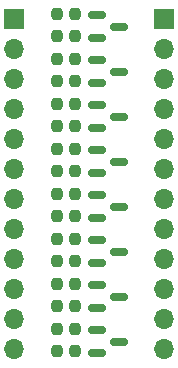
<source format=gts>
G04 #@! TF.GenerationSoftware,KiCad,Pcbnew,(6.0.7)*
G04 #@! TF.CreationDate,2023-04-10T20:46:38+08:00*
G04 #@! TF.ProjectId,switchNMos1,73776974-6368-44e4-9d6f-73312e6b6963,rev?*
G04 #@! TF.SameCoordinates,Original*
G04 #@! TF.FileFunction,Soldermask,Top*
G04 #@! TF.FilePolarity,Negative*
%FSLAX46Y46*%
G04 Gerber Fmt 4.6, Leading zero omitted, Abs format (unit mm)*
G04 Created by KiCad (PCBNEW (6.0.7)) date 2023-04-10 20:46:38*
%MOMM*%
%LPD*%
G01*
G04 APERTURE LIST*
G04 Aperture macros list*
%AMRoundRect*
0 Rectangle with rounded corners*
0 $1 Rounding radius*
0 $2 $3 $4 $5 $6 $7 $8 $9 X,Y pos of 4 corners*
0 Add a 4 corners polygon primitive as box body*
4,1,4,$2,$3,$4,$5,$6,$7,$8,$9,$2,$3,0*
0 Add four circle primitives for the rounded corners*
1,1,$1+$1,$2,$3*
1,1,$1+$1,$4,$5*
1,1,$1+$1,$6,$7*
1,1,$1+$1,$8,$9*
0 Add four rect primitives between the rounded corners*
20,1,$1+$1,$2,$3,$4,$5,0*
20,1,$1+$1,$4,$5,$6,$7,0*
20,1,$1+$1,$6,$7,$8,$9,0*
20,1,$1+$1,$8,$9,$2,$3,0*%
G04 Aperture macros list end*
%ADD10RoundRect,0.237500X-0.237500X0.250000X-0.237500X-0.250000X0.237500X-0.250000X0.237500X0.250000X0*%
%ADD11RoundRect,0.150000X-0.587500X-0.150000X0.587500X-0.150000X0.587500X0.150000X-0.587500X0.150000X0*%
%ADD12R,1.700000X1.700000*%
%ADD13O,1.700000X1.700000*%
G04 APERTURE END LIST*
D10*
X128094500Y-96115500D03*
X128094500Y-97940500D03*
X129618500Y-88495500D03*
X129618500Y-90320500D03*
D11*
X131475000Y-115255000D03*
X131475000Y-117155000D03*
X133350000Y-116205000D03*
D10*
X128094500Y-115165500D03*
X128094500Y-116990500D03*
X129618500Y-96115500D03*
X129618500Y-97940500D03*
X129618500Y-103735500D03*
X129618500Y-105560500D03*
X129618500Y-107545500D03*
X129618500Y-109370500D03*
D11*
X131475000Y-96205000D03*
X131475000Y-98105000D03*
X133350000Y-97155000D03*
D10*
X129618500Y-92305500D03*
X129618500Y-94130500D03*
D11*
X131475000Y-100015000D03*
X131475000Y-101915000D03*
X133350000Y-100965000D03*
X131475000Y-111445000D03*
X131475000Y-113345000D03*
X133350000Y-112395000D03*
D10*
X128094500Y-92305500D03*
X128094500Y-94130500D03*
X129618500Y-115165500D03*
X129618500Y-116990500D03*
X128094500Y-107545500D03*
X128094500Y-109370500D03*
X128094500Y-99925500D03*
X128094500Y-101750500D03*
X128094500Y-88495500D03*
X128094500Y-90320500D03*
X129618500Y-99925500D03*
X129618500Y-101750500D03*
X129618500Y-111355500D03*
X129618500Y-113180500D03*
D11*
X131475000Y-92395000D03*
X131475000Y-94295000D03*
X133350000Y-93345000D03*
D10*
X128094500Y-103735500D03*
X128094500Y-105560500D03*
D11*
X131475000Y-88585000D03*
X131475000Y-90485000D03*
X133350000Y-89535000D03*
D10*
X128094500Y-111355500D03*
X128094500Y-113180500D03*
D11*
X131475000Y-107635000D03*
X131475000Y-109535000D03*
X133350000Y-108585000D03*
X131475000Y-103825000D03*
X131475000Y-105725000D03*
X133350000Y-104775000D03*
D12*
X137160000Y-88900000D03*
D13*
X137160000Y-91440000D03*
X137160000Y-93980000D03*
X137160000Y-96520000D03*
X137160000Y-99060000D03*
X137160000Y-101600000D03*
X137160000Y-104140000D03*
X137160000Y-106680000D03*
X137160000Y-109220000D03*
X137160000Y-111760000D03*
X137160000Y-114300000D03*
X137160000Y-116840000D03*
D12*
X124460000Y-88900000D03*
D13*
X124460000Y-91440000D03*
X124460000Y-93980000D03*
X124460000Y-96520000D03*
X124460000Y-99060000D03*
X124460000Y-101600000D03*
X124460000Y-104140000D03*
X124460000Y-106680000D03*
X124460000Y-109220000D03*
X124460000Y-111760000D03*
X124460000Y-114300000D03*
X124460000Y-116840000D03*
M02*

</source>
